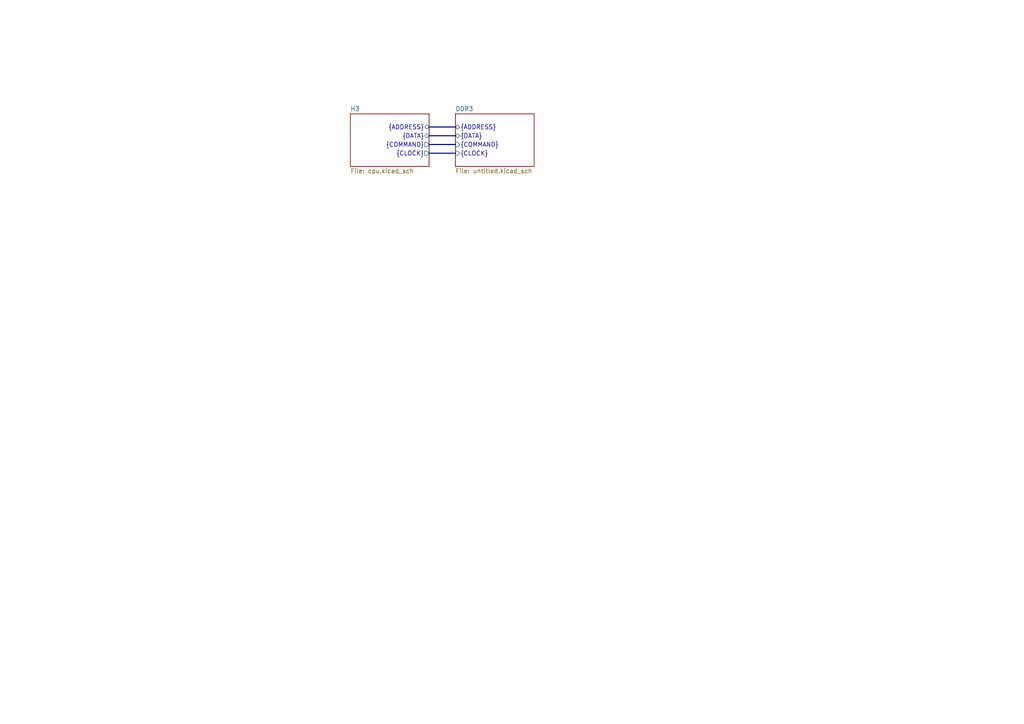
<source format=kicad_sch>
(kicad_sch
	(version 20250114)
	(generator "eeschema")
	(generator_version "9.0")
	(uuid "b53f5dbb-8078-4818-9e8f-fdf90ba6d854")
	(paper "A4")
	(lib_symbols)
	(bus
		(pts
			(xy 124.46 36.83) (xy 132.08 36.83)
		)
		(stroke
			(width 0)
			(type default)
		)
		(uuid "8c80bc53-ea4d-4714-9acc-49d715330b8a")
	)
	(bus
		(pts
			(xy 124.46 39.37) (xy 132.08 39.37)
		)
		(stroke
			(width 0)
			(type default)
		)
		(uuid "ca042859-03de-45e8-ad2e-40eec1cfccd0")
	)
	(bus
		(pts
			(xy 124.46 44.45) (xy 132.08 44.45)
		)
		(stroke
			(width 0)
			(type default)
		)
		(uuid "ebc59cd1-a025-41bc-ab7b-36b984685a4a")
	)
	(bus
		(pts
			(xy 124.46 41.91) (xy 132.08 41.91)
		)
		(stroke
			(width 0)
			(type default)
		)
		(uuid "edbd6071-78a4-4d79-81ee-bd317d20a576")
	)
	(sheet
		(at 132.08 33.02)
		(size 22.86 15.24)
		(exclude_from_sim no)
		(in_bom yes)
		(on_board yes)
		(dnp no)
		(fields_autoplaced yes)
		(stroke
			(width 0.1524)
			(type solid)
		)
		(fill
			(color 0 0 0 0.0000)
		)
		(uuid "32a4bb18-2695-4537-bbd4-f872ec13cb53")
		(property "Sheetname" "DDR3"
			(at 132.08 32.3084 0)
			(effects
				(font
					(size 1.27 1.27)
				)
				(justify left bottom)
			)
		)
		(property "Sheetfile" "untitled.kicad_sch"
			(at 132.08 48.8446 0)
			(effects
				(font
					(size 1.27 1.27)
				)
				(justify left top)
			)
		)
		(pin "{ADDRESS}" bidirectional
			(at 132.08 36.83 180)
			(uuid "b3d37997-1d4a-4083-bf6c-e059e5aa7a28")
			(effects
				(font
					(size 1.27 1.27)
				)
				(justify left)
			)
		)
		(pin "{COMMAND}" input
			(at 132.08 41.91 180)
			(uuid "bc20fe1c-cc4a-408b-bd12-2807e045ff8a")
			(effects
				(font
					(size 1.27 1.27)
				)
				(justify left)
			)
		)
		(pin "{CLOCK}" input
			(at 132.08 44.45 180)
			(uuid "846aa351-112d-428f-8ca8-f6007803d173")
			(effects
				(font
					(size 1.27 1.27)
				)
				(justify left)
			)
		)
		(pin "{DATA}" bidirectional
			(at 132.08 39.37 180)
			(uuid "bb7a7eb4-c720-4152-9a21-45fc181df5f6")
			(effects
				(font
					(size 1.27 1.27)
				)
				(justify left)
			)
		)
		(instances
			(project "cm0"
				(path "/b53f5dbb-8078-4818-9e8f-fdf90ba6d854"
					(page "3")
				)
			)
		)
	)
	(sheet
		(at 101.6 33.02)
		(size 22.86 15.24)
		(exclude_from_sim no)
		(in_bom yes)
		(on_board yes)
		(dnp no)
		(fields_autoplaced yes)
		(stroke
			(width 0.1524)
			(type solid)
		)
		(fill
			(color 0 0 0 0.0000)
		)
		(uuid "f68014a7-1ee9-4b8d-9f3d-298c7b89ee9f")
		(property "Sheetname" "H3"
			(at 101.6 32.3084 0)
			(effects
				(font
					(size 1.27 1.27)
				)
				(justify left bottom)
			)
		)
		(property "Sheetfile" "cpu.kicad_sch"
			(at 101.6 48.8446 0)
			(effects
				(font
					(size 1.27 1.27)
				)
				(justify left top)
			)
		)
		(pin "{ADDRESS}" bidirectional
			(at 124.46 36.83 0)
			(uuid "28aa1e5a-6bd0-4d1a-b2e5-470314909605")
			(effects
				(font
					(size 1.27 1.27)
				)
				(justify right)
			)
		)
		(pin "{CLOCK}" output
			(at 124.46 44.45 0)
			(uuid "9d36d961-8bfa-4bb5-b190-a52eb6d31850")
			(effects
				(font
					(size 1.27 1.27)
				)
				(justify right)
			)
		)
		(pin "{DATA}" bidirectional
			(at 124.46 39.37 0)
			(uuid "849b3046-4f9d-45b0-a027-c9a71215d5f4")
			(effects
				(font
					(size 1.27 1.27)
				)
				(justify right)
			)
		)
		(pin "{COMMAND}" output
			(at 124.46 41.91 0)
			(uuid "d5e7f794-9f97-4993-92d6-308930df7c93")
			(effects
				(font
					(size 1.27 1.27)
				)
				(justify right)
			)
		)
		(instances
			(project "cm0"
				(path "/b53f5dbb-8078-4818-9e8f-fdf90ba6d854"
					(page "2")
				)
			)
		)
	)
	(sheet_instances
		(path "/"
			(page "1")
		)
	)
	(embedded_fonts no)
)

</source>
